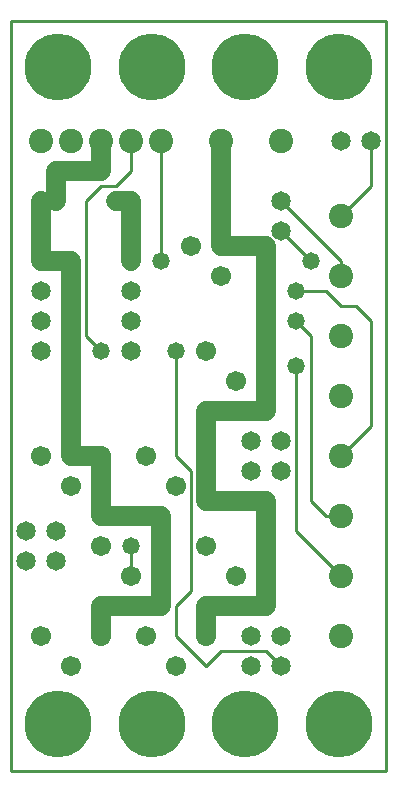
<source format=gbl>
%MOIN*%
%FSLAX25Y25*%
G04 D10 used for Character Trace; *
G04     Circle (OD=.01000) (No hole)*
G04 D11 used for Power Trace; *
G04     Circle (OD=.06700) (No hole)*
G04 D12 used for Signal Trace; *
G04     Circle (OD=.01100) (No hole)*
G04 D13 used for Via; *
G04     Circle (OD=.05800) (Round. Hole ID=.02800)*
G04 D14 used for Component hole; *
G04     Circle (OD=.06500) (Round. Hole ID=.03500)*
G04 D15 used for Component hole; *
G04     Circle (OD=.06700) (Round. Hole ID=.04300)*
G04 D16 used for Component hole; *
G04     Circle (OD=.08100) (Round. Hole ID=.05100)*
G04 D17 used for Component hole; *
G04     Circle (OD=.08900) (Round. Hole ID=.05900)*
G04 D18 used for Component hole; *
G04     Circle (OD=.11300) (Round. Hole ID=.08300)*
G04 D19 used for Component hole; *
G04     Circle (OD=.16000) (Round. Hole ID=.13000)*
G04 D20 used for Component hole; *
G04     Circle (OD=.18300) (Round. Hole ID=.15300)*
G04 D21 used for Component hole; *
G04     Circle (OD=.22291) (Round. Hole ID=.19291)*
%ADD10C,.01000*%
%ADD11C,.06700*%
%ADD12C,.01100*%
%ADD13C,.05800*%
%ADD14C,.06500*%
%ADD15C,.06700*%
%ADD16C,.08100*%
%ADD17C,.08900*%
%ADD18C,.11300*%
%ADD19C,.16000*%
%ADD20C,.18300*%
%ADD21C,.22291*%
%IPPOS*%
%LPD*%
G90*X0Y0D02*D21*X15625Y15625D03*D15*              
X20000Y35000D03*X45000Y45000D03*X30000D03*D11*    
Y55000D01*X50000D01*Y75000D01*D15*D03*D11*        
Y85000D01*X30000D01*Y105000D01*D15*D03*D11*       
X20000D01*Y170000D01*X10000D01*D14*D03*D11*       
Y190000D01*D14*X15000D03*D11*Y200000D01*X30000D01*
Y210000D01*D16*D03*D12*X35000Y195000D02*          
X40000Y200000D01*X30000Y195000D02*X35000D01*      
X25000Y190000D02*X30000Y195000D01*                
X25000Y145000D02*Y190000D01*X30000Y140000D02*     
X25000Y145000D01*D13*X30000Y140000D03*D14*        
X40000Y150000D03*Y140000D03*X10000Y160000D03*     
X40000D03*X10000Y150000D03*Y140000D03*D13*        
X55000D03*D12*Y105000D01*X60000Y100000D01*        
Y60000D01*X55000Y55000D01*Y45000D01*              
X65000Y35000D01*X70000Y40000D01*X85000D01*        
X90000Y35000D01*D14*D03*X80000Y45000D03*X90000D03*
X80000Y35000D03*D21*X109375Y15625D03*X78125D03*   
D11*X65000Y55000D02*X85000D01*X65000Y45000D02*    
Y55000D01*D15*Y45000D03*X55000Y35000D03*          
X75000Y65000D03*D11*X85000Y55000D02*Y75000D01*D15*
D03*D11*Y90000D01*X65000D01*Y105000D01*D15*D03*   
D11*Y120000D01*X85000D01*Y140000D01*D15*D03*D11*  
Y175000D01*X80000D01*D15*D03*D11*X70000D01*       
Y210000D01*D16*D03*D14*X90000Y190000D03*D12*      
X110000Y170000D01*Y165000D01*D16*D03*D12*         
Y155000D02*X105000Y160000D01*X110000Y155000D02*   
X115000D01*X120000Y150000D01*Y115000D01*          
X110000Y105000D01*D16*D03*D12*X105000Y85000D02*   
X100000Y90000D01*X105000Y85000D02*X110000D01*D16* 
D03*D12*X100000Y90000D02*Y145000D01*              
X95000Y150000D01*D13*D03*D12*Y160000D02*          
X105000D01*D13*X95000D03*X100000Y170000D03*D12*   
X90000Y180000D01*D14*D03*D16*X110000Y185000D03*   
D12*X120000Y195000D01*Y210000D01*D14*D03*         
X110000D03*D21*X109375Y234375D03*D16*             
X90000Y210000D03*D21*X78125Y234375D03*D12*        
X125000Y0D02*Y250000D01*X0Y0D02*X125000D01*X0D02* 
Y250000D01*X125000D01*D15*X60000Y175000D03*D16*   
X50000Y210000D03*D12*Y170000D01*D13*D03*D14*      
X40000D03*D11*Y190000D01*X35000D01*D14*D03*D12*   
X40000Y200000D02*Y210000D01*D16*D03*X20000D03*D21*
X15625Y234375D03*X46875D03*D16*X10000Y210000D03*  
D15*X70000Y165000D03*D16*X110000Y145000D03*D15*   
X65000Y140000D03*D13*X95000Y135000D03*D12*        
Y80000D01*X110000Y65000D01*D16*D03*Y45000D03*D14* 
X90000Y100000D03*X80000D03*D15*X65000Y75000D03*   
D14*X90000Y110000D03*X80000D03*D15*               
X55000Y95000D03*D16*X110000Y125000D03*D15*        
X45000Y105000D03*X75000Y130000D03*D21*            
X46875Y15625D03*D13*X40000Y75000D03*D12*Y65000D01*
D15*D03*X30000Y75000D03*D14*X15000Y80000D03*      
Y70000D03*D15*X20000Y95000D03*X10000Y45000D03*D14*
X5000Y80000D03*Y70000D03*D15*X10000Y105000D03*M02*

</source>
